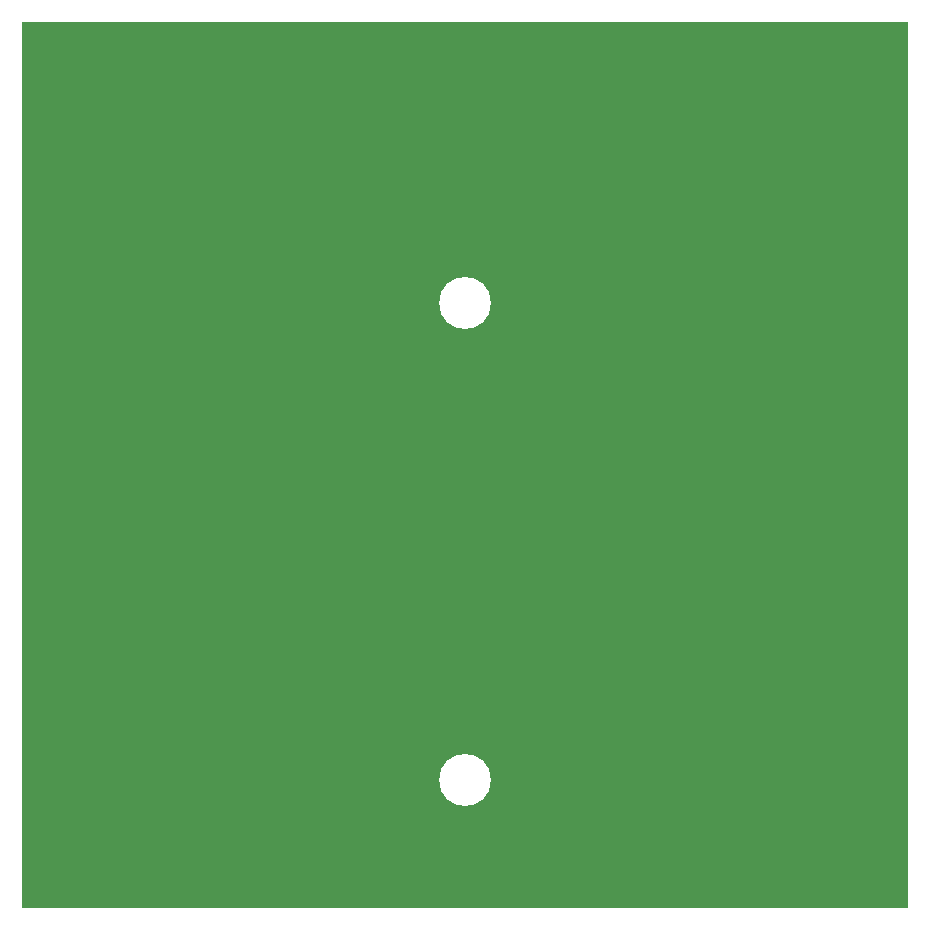
<source format=gbr>
G04 =======================================* 
G04 File Format: RS-274X * 
G04 Date:        April 12 2023 * 
G04 Time:        09:40:25 * 
G04 =======================================* 
G04 Format description *** 
G04 Code:          ASCII * 
G04 Unit:          Millimeter * 
G04 Coordinates:   Absolut * 
G04 Digits:        3.3-format * 
G04 Zeros skipped: Leading zeros omitted * 
G04 =======================================* 
%FSLAX33Y33*%
%MOMM*%
G90*
G71*
%ADD10C,4.4*%
%LPD*%
G36*
G01X-37500Y-37500D02*
G01X37500Y-37500D01*
G01X37500Y37500D01*
G01X-37500Y37500D01*
G37*
%LPC*%
G54D10*
X0Y13700D03*
G54D10*
X0Y-26700D03*
M02* 
G04 End Of Gerber File* 

</source>
